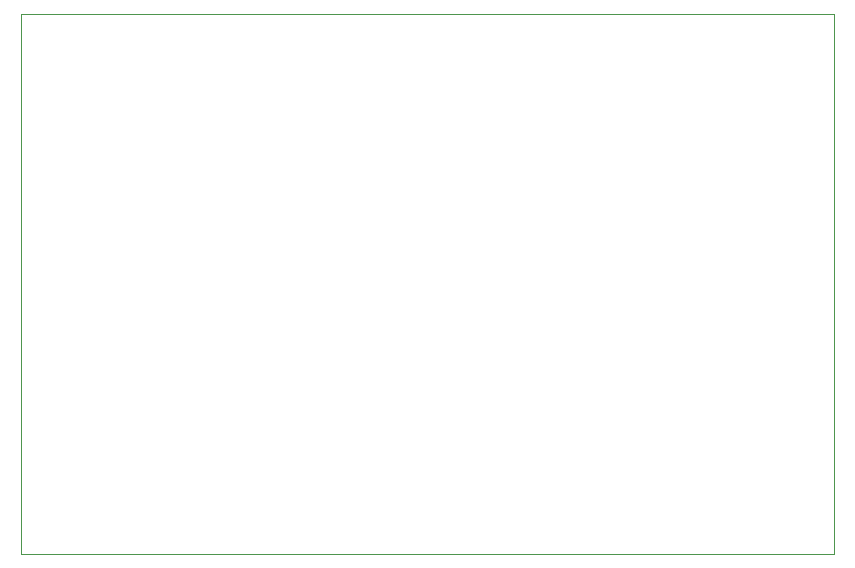
<source format=gm1>
G04 #@! TF.GenerationSoftware,KiCad,Pcbnew,(5.1.9)-1*
G04 #@! TF.CreationDate,2021-06-09T23:11:29+02:00*
G04 #@! TF.ProjectId,controller,636f6e74-726f-46c6-9c65-722e6b696361,rev?*
G04 #@! TF.SameCoordinates,Original*
G04 #@! TF.FileFunction,Profile,NP*
%FSLAX46Y46*%
G04 Gerber Fmt 4.6, Leading zero omitted, Abs format (unit mm)*
G04 Created by KiCad (PCBNEW (5.1.9)-1) date 2021-06-09 23:11:29*
%MOMM*%
%LPD*%
G01*
G04 APERTURE LIST*
G04 #@! TA.AperFunction,Profile*
%ADD10C,0.100000*%
G04 #@! TD*
G04 APERTURE END LIST*
D10*
X162052000Y-67945000D02*
X162052000Y-113665000D01*
X93218000Y-67945000D02*
X162052000Y-67945000D01*
X93218000Y-113665000D02*
X93218000Y-67945000D01*
X162052000Y-113665000D02*
X93218000Y-113665000D01*
M02*

</source>
